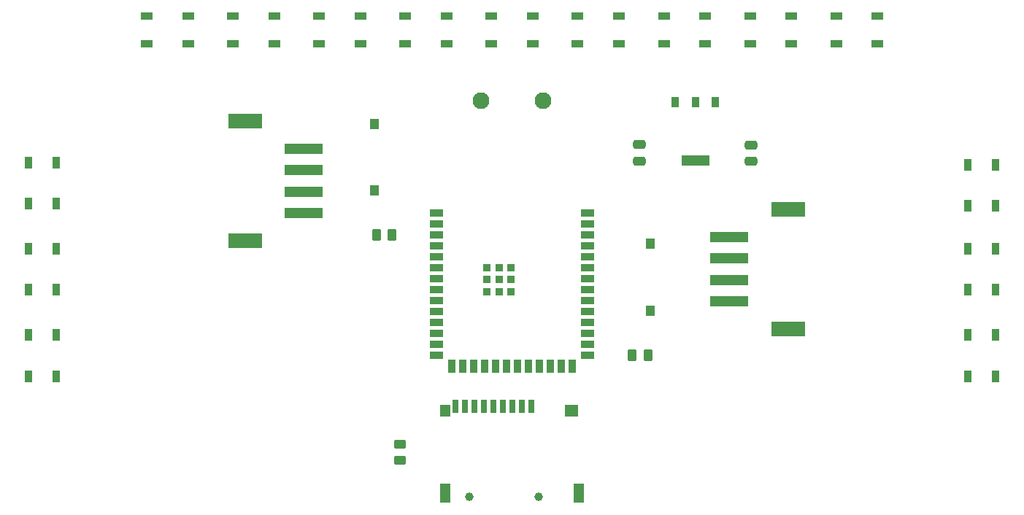
<source format=gbr>
%TF.GenerationSoftware,KiCad,Pcbnew,(6.0.1)*%
%TF.CreationDate,2022-12-13T21:33:40+01:00*%
%TF.ProjectId,SRD_Enhanced,5352445f-456e-4686-916e-6365642e6b69,rev?*%
%TF.SameCoordinates,Original*%
%TF.FileFunction,Soldermask,Top*%
%TF.FilePolarity,Negative*%
%FSLAX46Y46*%
G04 Gerber Fmt 4.6, Leading zero omitted, Abs format (unit mm)*
G04 Created by KiCad (PCBNEW (6.0.1)) date 2022-12-13 21:33:40*
%MOMM*%
%LPD*%
G01*
G04 APERTURE LIST*
G04 Aperture macros list*
%AMRoundRect*
0 Rectangle with rounded corners*
0 $1 Rounding radius*
0 $2 $3 $4 $5 $6 $7 $8 $9 X,Y pos of 4 corners*
0 Add a 4 corners polygon primitive as box body*
4,1,4,$2,$3,$4,$5,$6,$7,$8,$9,$2,$3,0*
0 Add four circle primitives for the rounded corners*
1,1,$1+$1,$2,$3*
1,1,$1+$1,$4,$5*
1,1,$1+$1,$6,$7*
1,1,$1+$1,$8,$9*
0 Add four rect primitives between the rounded corners*
20,1,$1+$1,$2,$3,$4,$5,0*
20,1,$1+$1,$4,$5,$6,$7,0*
20,1,$1+$1,$6,$7,$8,$9,0*
20,1,$1+$1,$8,$9,$2,$3,0*%
G04 Aperture macros list end*
%ADD10R,1.350000X0.950000*%
%ADD11R,1.000000X1.250000*%
%ADD12C,1.000000*%
%ADD13R,0.700000X1.600000*%
%ADD14R,1.200000X1.400000*%
%ADD15R,1.200000X2.200000*%
%ADD16R,1.600000X1.400000*%
%ADD17R,0.950000X1.350000*%
%ADD18RoundRect,0.250000X0.475000X-0.250000X0.475000X0.250000X-0.475000X0.250000X-0.475000X-0.250000X0*%
%ADD19RoundRect,0.250000X-0.450000X0.262500X-0.450000X-0.262500X0.450000X-0.262500X0.450000X0.262500X0*%
%ADD20RoundRect,0.250000X-0.262500X-0.450000X0.262500X-0.450000X0.262500X0.450000X-0.262500X0.450000X0*%
%ADD21R,1.500000X0.900000*%
%ADD22R,0.900000X1.500000*%
%ADD23R,0.900000X0.900000*%
%ADD24R,4.495800X1.295400*%
%ADD25R,3.911600X1.803400*%
%ADD26RoundRect,0.250000X-0.475000X0.250000X-0.475000X-0.250000X0.475000X-0.250000X0.475000X0.250000X0*%
%ADD27RoundRect,0.250000X0.262500X0.450000X-0.262500X0.450000X-0.262500X-0.450000X0.262500X-0.450000X0*%
%ADD28R,0.950000X1.250000*%
%ADD29R,3.200000X1.250000*%
%ADD30C,1.946000*%
G04 APERTURE END LIST*
D10*
%TO.C,IC10*%
X114150000Y-45350000D03*
X114150000Y-42150000D03*
X109350000Y-42150000D03*
X109350000Y-45350000D03*
%TD*%
D11*
%TO.C,S2*%
X127750000Y-68525000D03*
X127750000Y-76275000D03*
%TD*%
D10*
%TO.C,IC12*%
X134150000Y-45350000D03*
X134150000Y-42150000D03*
X129350000Y-42150000D03*
X129350000Y-45350000D03*
%TD*%
D12*
%TO.C,J4*%
X106820000Y-97900000D03*
X114800000Y-97900000D03*
D13*
X113950000Y-87400000D03*
X112850000Y-87400000D03*
X111750000Y-87400000D03*
X110650000Y-87400000D03*
X109550000Y-87400000D03*
X108450000Y-87400000D03*
X107350000Y-87400000D03*
X106250000Y-87400000D03*
X105150000Y-87400000D03*
D14*
X104000000Y-87900000D03*
D15*
X104000000Y-97500000D03*
X119500000Y-97500000D03*
D16*
X118600000Y-87900000D03*
%TD*%
D17*
%TO.C,IC16*%
X164650000Y-73900000D03*
X167850000Y-73900000D03*
X167850000Y-69100000D03*
X164650000Y-69100000D03*
%TD*%
%TO.C,IC15*%
X164650000Y-64150000D03*
X167850000Y-64150000D03*
X167850000Y-59350000D03*
X164650000Y-59350000D03*
%TD*%
D18*
%TO.C,C2*%
X139500000Y-59000000D03*
X139500000Y-57100000D03*
%TD*%
D10*
%TO.C,IC6*%
X74150000Y-45350000D03*
X74150000Y-42150000D03*
X69350000Y-42150000D03*
X69350000Y-45350000D03*
%TD*%
D11*
%TO.C,S1*%
X95750000Y-54625000D03*
X95750000Y-62375000D03*
%TD*%
D10*
%TO.C,IC9*%
X104150000Y-45350000D03*
X104150000Y-42150000D03*
X99350000Y-42150000D03*
X99350000Y-45350000D03*
%TD*%
%TO.C,IC7*%
X84150000Y-45350000D03*
X84150000Y-42150000D03*
X79350000Y-42150000D03*
X79350000Y-45350000D03*
%TD*%
D17*
%TO.C,IC3*%
X58850000Y-79100000D03*
X55650000Y-79100000D03*
X55650000Y-83900000D03*
X58850000Y-83900000D03*
%TD*%
D19*
%TO.C,R1*%
X98750000Y-91837500D03*
X98750000Y-93662500D03*
%TD*%
D20*
%TO.C,R3*%
X125675000Y-81500000D03*
X127500000Y-81500000D03*
%TD*%
D17*
%TO.C,IC5*%
X58850000Y-59100000D03*
X55650000Y-59100000D03*
X55650000Y-63900000D03*
X58850000Y-63900000D03*
%TD*%
D21*
%TO.C,IC2*%
X103000000Y-64990000D03*
X103000000Y-66260000D03*
X103000000Y-67530000D03*
X103000000Y-68800000D03*
X103000000Y-70070000D03*
X103000000Y-71340000D03*
X103000000Y-72610000D03*
X103000000Y-73880000D03*
X103000000Y-75150000D03*
X103000000Y-76420000D03*
X103000000Y-77690000D03*
X103000000Y-78960000D03*
X103000000Y-80230000D03*
X103000000Y-81500000D03*
D22*
X104765000Y-82750000D03*
X106035000Y-82750000D03*
X107305000Y-82750000D03*
X108575000Y-82750000D03*
X109845000Y-82750000D03*
X111115000Y-82750000D03*
X112385000Y-82750000D03*
X113655000Y-82750000D03*
X114925000Y-82750000D03*
X116195000Y-82750000D03*
X117465000Y-82750000D03*
X118735000Y-82750000D03*
D21*
X120500000Y-81500000D03*
X120500000Y-80230000D03*
X120500000Y-78960000D03*
X120500000Y-77690000D03*
X120500000Y-76420000D03*
X120500000Y-75150000D03*
X120500000Y-73880000D03*
X120500000Y-72610000D03*
X120500000Y-71340000D03*
X120500000Y-70070000D03*
X120500000Y-68800000D03*
X120500000Y-67530000D03*
X120500000Y-66260000D03*
X120500000Y-64990000D03*
D23*
X110250000Y-72710000D03*
X108850000Y-71310000D03*
X108850000Y-72710000D03*
X108850000Y-74110000D03*
X110250000Y-74110000D03*
X111650000Y-74110000D03*
X111650000Y-72710000D03*
X111650000Y-71310000D03*
X110250000Y-71310000D03*
%TD*%
D24*
%TO.C,J1*%
X136947912Y-75250000D03*
X136947912Y-72750000D03*
X136947912Y-70250000D03*
X136947912Y-67750000D03*
D25*
X143747911Y-78449999D03*
X143747911Y-64550001D03*
%TD*%
D10*
%TO.C,IC11*%
X124150000Y-45350000D03*
X124150000Y-42150000D03*
X119350000Y-42150000D03*
X119350000Y-45350000D03*
%TD*%
D26*
%TO.C,C1*%
X126500000Y-57050000D03*
X126500000Y-58950000D03*
%TD*%
D24*
%TO.C,J2*%
X87552088Y-57500000D03*
X87552088Y-60000000D03*
X87552088Y-62500000D03*
X87552088Y-65000000D03*
D25*
X80752089Y-54300001D03*
X80752089Y-68199999D03*
%TD*%
D17*
%TO.C,IC17*%
X164650000Y-83900000D03*
X167850000Y-83900000D03*
X167850000Y-79100000D03*
X164650000Y-79100000D03*
%TD*%
D27*
%TO.C,R2*%
X97825000Y-67525000D03*
X96000000Y-67525000D03*
%TD*%
D10*
%TO.C,IC13*%
X144150000Y-45350000D03*
X144150000Y-42150000D03*
X139350000Y-42150000D03*
X139350000Y-45350000D03*
%TD*%
D28*
%TO.C,IC1*%
X135300000Y-52100000D03*
X133000000Y-52100000D03*
X130700000Y-52100000D03*
D29*
X133000000Y-58900000D03*
%TD*%
D17*
%TO.C,IC4*%
X58850000Y-69100000D03*
X55650000Y-69100000D03*
X55650000Y-73900000D03*
X58850000Y-73900000D03*
%TD*%
D10*
%TO.C,IC8*%
X94150000Y-45350000D03*
X94150000Y-42150000D03*
X89350000Y-42150000D03*
X89350000Y-45350000D03*
%TD*%
%TO.C,IC14*%
X154150000Y-45350000D03*
X154150000Y-42150000D03*
X149350000Y-42150000D03*
X149350000Y-45350000D03*
%TD*%
D30*
%TO.C,J3*%
X115325000Y-51915000D03*
X108175000Y-51915000D03*
%TD*%
M02*

</source>
